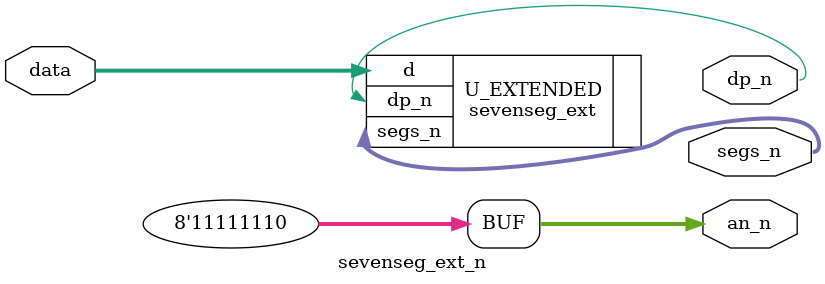
<source format=sv>
`timescale 1ns / 1ps


module sevenseg_ext_n(
input logic [6:0] data,
output logic dp_n,
output logic [7:0] an_n,
output logic [6:0]segs_n

    );
    assign an_n = 8'b11111110;
    sevenseg_ext U_EXTENDED(.d(data), .dp_n,.segs_n);
endmodule
</source>
